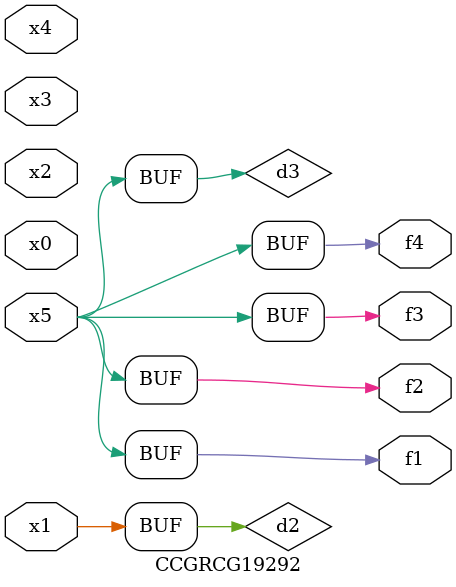
<source format=v>
module CCGRCG19292(
	input x0, x1, x2, x3, x4, x5,
	output f1, f2, f3, f4
);

	wire d1, d2, d3;

	not (d1, x5);
	or (d2, x1);
	xnor (d3, d1);
	assign f1 = d3;
	assign f2 = d3;
	assign f3 = d3;
	assign f4 = d3;
endmodule

</source>
